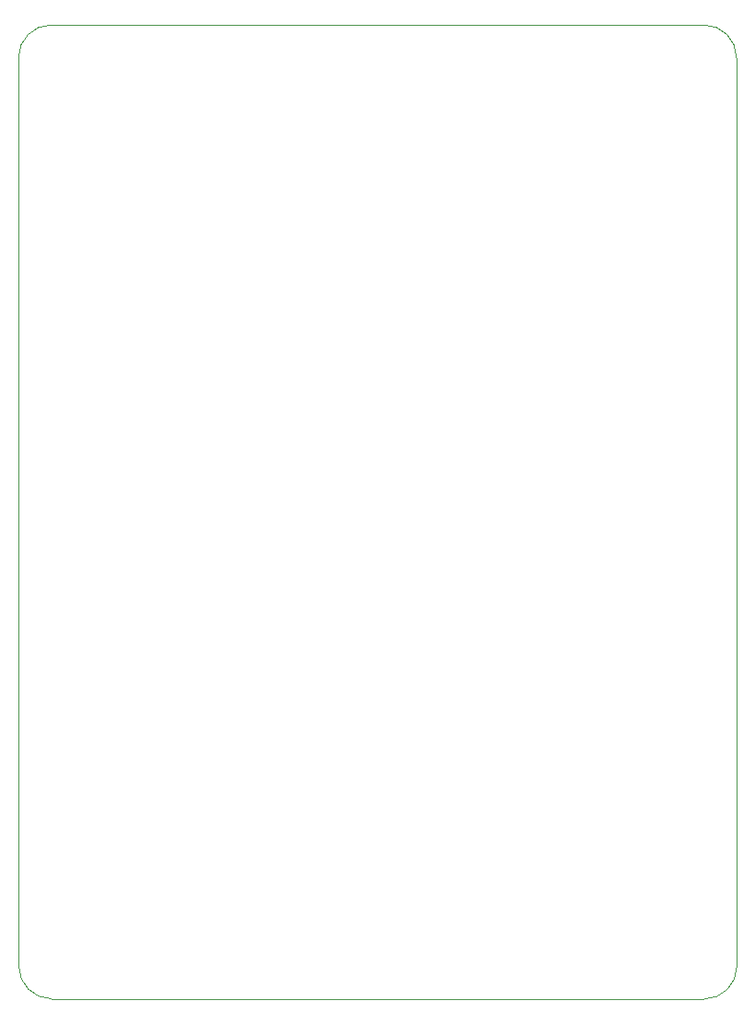
<source format=gbr>
G04 #@! TF.FileFunction,Profile,NP*
%FSLAX46Y46*%
G04 Gerber Fmt 4.6, Leading zero omitted, Abs format (unit mm)*
G04 Created by KiCad (PCBNEW 4.0.7-e2-6376~61~ubuntu18.04.1) date Fri Sep  6 21:57:16 2019*
%MOMM*%
%LPD*%
G01*
G04 APERTURE LIST*
%ADD10C,0.100000*%
G04 APERTURE END LIST*
D10*
X77030356Y-63317600D02*
X77030356Y-146750000D01*
X77004956Y-63292211D02*
G75*
G02X80004956Y-60292211I3000000J0D01*
G01*
X140030356Y-60317611D02*
X80030356Y-60317611D01*
X140030356Y-60292211D02*
G75*
G02X143030356Y-63292211I0J-3000000D01*
G01*
X143030356Y-63317600D02*
X143030356Y-146750000D01*
X80030356Y-149829611D02*
G75*
G02X77030356Y-146829611I0J3000000D01*
G01*
X80000000Y-149829611D02*
X140000000Y-149829611D01*
X143055751Y-146860247D02*
G75*
G02X140055756Y-149855011I-2999995J5236D01*
G01*
M02*

</source>
